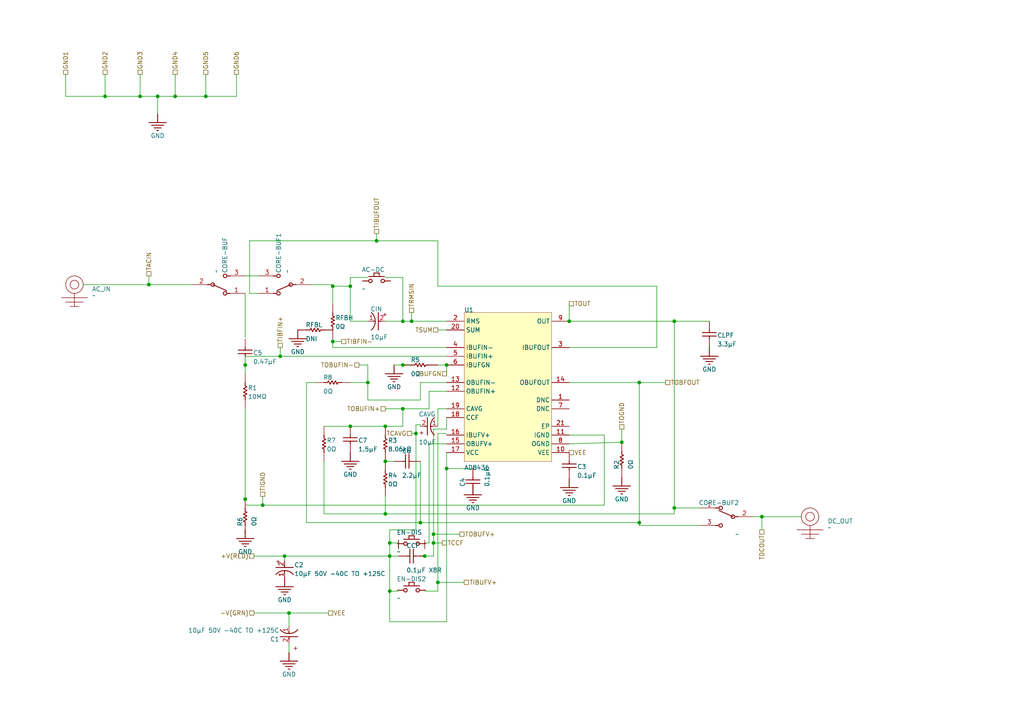
<source format=kicad_sch>
(kicad_sch (version 20231120) (generator "eeschema") (generator_version "8.0")
  (paper "A4")
  (lib_symbols
    (symbol "New_Library:AC_IN"
      (property "Reference" "U" (at 0 0 0))
    )
    (symbol "asdf-altium-import:GND_POWER_GROUND" (power)
      (property "Reference" "#PWR" (at 0 0 0))
      (property "Value" "GND" (at 0 6.35 0))
      (symbol "GND_POWER_GROUND_0_0"
        (pin power_in line (at 0 0 0) (length 0) hide (name "GND") (number ""))
      )
    )
    (symbol "asdf-altium-import:root_0_3a7ffd2e40b3115a6201d475c2ec4a5")
    (symbol "asdf-altium-import:root_0_52c419afdc2a387c7d548259a9aeefb"
      (symbol "root_0_52c419afdc2a387c7d548259a9aeefb_1_0"
        (pin passive line (at 15.24 2.54 180) (length 5.08) (name "1") (number "1"))
        (pin passive line (at 0 0 0) (length 5.08) (name "2") (number "2"))
        (pin passive line (at 15.24 -2.54 180) (length 5.08) (name "3") (number "3"))
      )
    )
    (symbol "asdf-altium-import:root_0_ADI-AD8436-CP-20-10"
      (symbol "root_0_ADI-AD8436-CP-20-10_1_0"
        (pin passive line (at 30.48 -25.4 180) (length 5.08) (name "DNC") (number "1"))
        (pin power_in line (at 30.48 -40.64 180) (length 5.08) (name "VEE") (number "10"))
        (pin passive line (at 30.48 -35.56 180) (length 5.08) (name "IGND") (number "11"))
        (pin input line (at -5.08 -22.86 0) (length 5.08) (name "OBUFIN+") (number "12"))
        (pin input line (at -5.08 -20.32 0) (length 5.08) (name "OBUFIN-") (number "13"))
        (pin output line (at 30.48 -20.32 180) (length 5.08) (name "OBUFOUT") (number "14"))
        (pin power_in line (at -5.08 -38.1 0) (length 5.08) (name "OBUFV+") (number "15"))
        (pin power_in line (at -5.08 -35.56 0) (length 5.08) (name "IBUFV+") (number "16"))
        (pin power_in line (at -5.08 -40.64 0) (length 5.08) (name "VCC") (number "17"))
        (pin passive line (at -5.08 -30.48 0) (length 5.08) (name "CCF") (number "18"))
        (pin passive line (at -5.08 -27.94 0) (length 5.08) (name "CAVG") (number "19"))
        (pin input line (at -5.08 -2.54 0) (length 5.08) (name "RMS") (number "2"))
        (pin input line (at -5.08 -5.08 0) (length 5.08) (name "SUM") (number "20"))
        (pin passive line (at 30.48 -33.02 180) (length 5.08) (name "EP") (number "21"))
        (pin output line (at 30.48 -10.16 180) (length 5.08) (name "IBUFOUT") (number "3"))
        (pin input line (at -5.08 -10.16 0) (length 5.08) (name "IBUFIN-") (number "4"))
        (pin input line (at -5.08 -12.7 0) (length 5.08) (name "IBUFIN+") (number "5"))
        (pin passive line (at -5.08 -15.24 0) (length 5.08) (name "IBUFGN") (number "6"))
        (pin passive line (at 30.48 -27.94 180) (length 5.08) (name "DNC") (number "7"))
        (pin passive line (at 30.48 -38.1 180) (length 5.08) (name "OGND") (number "8"))
        (pin power_in line (at 30.48 -2.54 180) (length 5.08) (name "OUT") (number "9"))
      )
    )
    (symbol "asdf-altium-import:root_0_CAP_0"
      (symbol "root_0_CAP_0_1_0"
        (pin passive line (at -2.54 -2.54 0) (length 2.54) (name "1") (number "1"))
        (pin passive line (at 5.08 -2.54 180) (length 2.54) (name "2") (number "2"))
      )
    )
    (symbol "asdf-altium-import:root_0_RES-2"
      (symbol "root_0_RES-2_1_0"
        (pin passive line (at -2.54 0 0) (length 2.54) (name "1") (number "1"))
        (pin passive line (at 7.62 0 180) (length 2.54) (name "2") (number "2"))
      )
    )
    (symbol "asdf-altium-import:root_0_cf48714ba7e38822c1575c7ec0b6d1f"
      (symbol "root_0_cf48714ba7e38822c1575c7ec0b6d1f_1_0"
        (text "+" (at -2.794 0.508 0) (effects (font (size 1.27 1.27)) (justify left top)))
        (pin passive line (at 0 -5.08 90) (length 2.032) (name "C") (number "1"))
        (pin passive line (at 0 0 270) (length 2.032) (name "A") (number "2"))
      )
    )
    (symbol "asdf-altium-import:root_1_52c419afdc2a387c7d548259a9aeefb"
      (symbol "root_1_52c419afdc2a387c7d548259a9aeefb_1_0"
        (pin passive line (at -2.54 15.24 270) (length 5.08) (name "1") (number "1"))
        (pin passive line (at 0 0 90) (length 5.08) (name "2") (number "2"))
        (pin passive line (at 2.54 15.24 270) (length 5.08) (name "3") (number "3"))
      )
    )
    (symbol "asdf-altium-import:root_1_CAP_0"
      (symbol "root_1_CAP_0_1_0"
        (pin passive line (at 2.54 -2.54 90) (length 2.54) (name "1") (number "1"))
        (pin passive line (at 2.54 5.08 270) (length 2.54) (name "2") (number "2"))
      )
    )
    (symbol "asdf-altium-import:root_1_RES-2"
      (symbol "root_1_RES-2_1_0"
        (pin passive line (at 0 -2.54 90) (length 2.54) (name "1") (number "1"))
        (pin passive line (at 0 7.62 270) (length 2.54) (name "2") (number "2"))
      )
    )
    (symbol "asdf-altium-import:root_1_cf48714ba7e38822c1575c7ec0b6d1f"
      (symbol "root_1_cf48714ba7e38822c1575c7ec0b6d1f_1_0"
        (text "+" (at -0.508 -2.794 900) (effects (font (size 1.27 1.27)) (justify left top)))
        (pin passive line (at 5.08 0 180) (length 2.032) (name "C") (number "1"))
        (pin passive line (at 0 0 0) (length 2.032) (name "A") (number "2"))
      )
    )
    (symbol "asdf-altium-import:root_3_cf48714ba7e38822c1575c7ec0b6d1f"
      (symbol "root_3_cf48714ba7e38822c1575c7ec0b6d1f_1_0"
        (text "+" (at 0.508 2.794 900) (effects (font (size 1.27 1.27)) (justify right bottom)))
        (pin passive line (at -5.08 0 0) (length 2.032) (name "C") (number "1"))
        (pin passive line (at 0 0 180) (length 2.032) (name "A") (number "2"))
      )
    )
    (symbol "root_0_3a7ffd2e40b3115a6201d475c2ec4a5_1"
      (property "Reference" "EN-DIS" (at -4.318 1.524 0))
      (property "Value" "~" (at -4.318 -4.064 0))
      (symbol "root_0_3a7ffd2e40b3115a6201d475c2ec4a5_1_1_1"
        (pin input line (at -3.81 -2.54 90) (length 2.54) (name "") (number ""))
        (pin input line (at 3.81 -2.54 90) (length 2.54) (name "") (number ""))
      )
    )
  )
  (junction (at 113.03 157.48))
  (junction (at 83.82 177.8))
  (junction (at 101.6 123.6472))
  (junction (at 101.6 83.0072))
  (junction (at 76.2 146.5072))
  (junction (at 106.68 110.9472))
  (junction (at 123.19 161.29))
  (junction (at 30.48 27.94))
  (junction (at 40.64 27.94))
  (junction (at 109.22 69.85))
  (junction (at 116.84 105.8672))
  (junction (at 71.12 144.78))
  (junction (at 116.84 93.1672))
  (junction (at 81.28 103.3272))
  (junction (at 129.54 135.89))
  (junction (at 195.58 147.32))
  (junction (at 120.65 125.73))
  (junction (at 111.76 123.6472))
  (junction (at 111.76 133.8072))
  (junction (at 127 168.91))
  (junction (at 125.73 154.94))
  (junction (at 129.54 105.8672))
  (junction (at 113.03 171.45))
  (junction (at 43.18 82.55))
  (junction (at 96.52 99.06))
  (junction (at 50.8 27.94))
  (junction (at 45.72 27.94))
  (junction (at 111.76 149.0472))
  (junction (at 180.34 128.27))
  (junction (at 59.69 27.94))
  (junction (at 96.52 83.0072))
  (junction (at 185.42 110.9472))
  (junction (at 119.38 93.1672))
  (junction (at 116.84 118.5672))
  (junction (at 71.12 105.8672))
  (junction (at 125.73 157.48))
  (junction (at 121.92 151.5872))
  (junction (at 165.1 93.1672))
  (junction (at 113.03 161.29))
  (junction (at 220.98 149.86))
  (junction (at 185.42 151.5872))
  (junction (at 82.55 161.29))
  (junction (at 195.58 93.1672))
  (wire (pts (xy 190.5 100.7872) (xy 165.1 100.7872)))
  (wire (pts (xy 185.42 110.9472) (xy 185.42 151.5872)))
  (wire (pts (xy 30.48 27.94) (xy 40.64 27.94)))
  (wire (pts (xy 116.84 93.1672) (xy 119.38 93.1672)))
  (wire (pts (xy 121.92 110.9472) (xy 121.92 116.0272)))
  (wire (pts (xy 121.92 133.8072) (xy 121.92 151.5872)))
  (wire (pts (xy 72.39 85.09) (xy 72.39 69.85)))
  (wire (pts (xy 50.8 27.94) (xy 59.69 27.94)))
  (wire (pts (xy 220.98 153.67) (xy 220.98 149.86)))
  (wire (pts (xy 113.03 157.48) (xy 115.57 157.48)))
  (wire (pts (xy 175.26 146.5072) (xy 175.26 126.1872)))
  (wire (pts (xy 125.73 154.94) (xy 125.73 157.48)))
  (wire (pts (xy 82.55 162.56) (xy 82.55 161.29)))
  (wire (pts (xy 113.03 180.34) (xy 113.03 171.45)))
  (wire (pts (xy 127 125.73) (xy 129.54 125.73)))
  (wire (pts (xy 165.1 93.1672) (xy 195.58 93.1672)))
  (wire (pts (xy 127 168.91) (xy 127 171.45)))
  (wire (pts (xy 185.42 151.5872) (xy 121.92 151.5872)))
  (wire (pts (xy 72.39 69.85) (xy 109.22 69.85)))
  (wire (pts (xy 71.12 85.09) (xy 71.12 97.79)))
  (wire (pts (xy 101.6 80.4672) (xy 106.68 80.4672)))
  (wire (pts (xy 111.76 143.9672) (xy 111.76 149.0472)))
  (wire (pts (xy 175.26 126.1872) (xy 165.1 126.1872)))
  (wire (pts (xy 101.6 83.0072) (xy 96.52 83.0072)))
  (wire (pts (xy 106.68 110.9472) (xy 101.6 110.9472)))
  (wire (pts (xy 124.46 128.7272) (xy 124.46 157.48)))
  (wire (pts (xy 137.16 135.89) (xy 129.54 135.89)))
  (wire (pts (xy 111.76 93.1672) (xy 116.84 93.1672)))
  (wire (pts (xy 129.54 128.7272) (xy 124.46 128.7272)))
  (wire (pts (xy 82.55 161.29) (xy 113.03 161.29)))
  (wire (pts (xy 40.64 27.94) (xy 45.72 27.94)))
  (wire (pts (xy 50.8 21.59) (xy 50.8 27.94)))
  (wire (pts (xy 203.2 147.32) (xy 195.58 147.32)))
  (wire (pts (xy 115.57 161.29) (xy 113.03 161.29)))
  (wire (pts (xy 40.64 21.59) (xy 40.64 27.94)))
  (wire (pts (xy 116.84 105.8672) (xy 119.38 105.8672)))
  (wire (pts (xy 116.84 118.5672) (xy 111.76 118.5672)))
  (wire (pts (xy 101.6 93.1672) (xy 101.6 83.0072)))
  (wire (pts (xy 106.68 105.8672) (xy 106.68 110.9472)))
  (wire (pts (xy 195.58 149.0472) (xy 111.76 149.0472)))
  (wire (pts (xy 129.54 118.5672) (xy 127 118.5672)))
  (wire (pts (xy 68.58 27.94) (xy 68.58 21.59)))
  (wire (pts (xy 121.92 123.6472) (xy 121.92 123.19)))
  (wire (pts (xy 96.52 99.06) (xy 96.52 98.2472)))
  (wire (pts (xy 120.65 125.73) (xy 120.65 153.67)))
  (wire (pts (xy 125.73 124.46) (xy 125.73 154.94)))
  (wire (pts (xy 180.34 124.46) (xy 180.34 128.27)))
  (wire (pts (xy 134.62 168.91) (xy 127 168.91)))
  (wire (pts (xy 127 83.0072) (xy 190.5 83.0072)))
  (wire (pts (xy 185.42 110.9472) (xy 193.04 110.9472)))
  (wire (pts (xy 129.54 110.9472) (xy 121.92 110.9472)))
  (wire (pts (xy 113.03 161.29) (xy 113.03 157.48)))
  (wire (pts (xy 109.22 67.7672) (xy 109.22 69.85)))
  (wire (pts (xy 195.58 93.1672) (xy 205.74 93.1672)))
  (wire (pts (xy 195.58 147.32) (xy 195.58 149.0472)))
  (wire (pts (xy 203.2 152.4) (xy 185.42 152.4)))
  (wire (pts (xy 120.65 153.67) (xy 113.03 153.67)))
  (wire (pts (xy 106.68 116.0272) (xy 106.68 110.9472)))
  (wire (pts (xy 129.54 108.4072) (xy 129.54 105.8672)))
  (wire (pts (xy 96.52 100.7872) (xy 96.52 99.06)))
  (wire (pts (xy 128.27 157.48) (xy 125.73 157.48)))
  (wire (pts (xy 71.12 146.5072) (xy 76.2 146.5072)))
  (wire (pts (xy 30.48 21.59) (xy 30.48 27.94)))
  (wire (pts (xy 106.68 93.1672) (xy 101.6 93.1672)))
  (wire (pts (xy 127 95.7072) (xy 129.54 95.7072)))
  (wire (pts (xy 88.9 151.5872) (xy 88.9 110.9472)))
  (wire (pts (xy 93.98 149.0472) (xy 93.98 133.8072)))
  (wire (pts (xy 116.84 80.4672) (xy 111.76 80.4672)))
  (wire (pts (xy 129.54 135.89) (xy 129.54 180.34)))
  (wire (pts (xy 43.18 82.55) (xy 55.88 82.55)))
  (wire (pts (xy 124.46 118.5672) (xy 124.46 113.4872)))
  (wire (pts (xy 129.54 180.34) (xy 113.03 180.34)))
  (wire (pts (xy 125.73 157.48) (xy 125.73 161.29)))
  (wire (pts (xy 71.12 108.4072) (xy 71.12 105.8672)))
  (wire (pts (xy 74.93 85.09) (xy 72.39 85.09)))
  (wire (pts (xy 123.19 158.75) (xy 123.19 157.48)))
  (wire (pts (xy 119.38 90.6272) (xy 119.38 93.1672)))
  (wire (pts (xy 99.06 99.06) (xy 96.52 99.06)))
  (wire (pts (xy 96.52 83.0072) (xy 96.52 88.0872)))
  (wire (pts (xy 165.1 128.7272) (xy 180.34 128.27)))
  (wire (pts (xy 90.17 82.55) (xy 96.52 82.55)))
  (wire (pts (xy 96.52 82.55) (xy 96.52 83.0072)))
  (wire (pts (xy 125.73 161.29) (xy 123.19 161.29)))
  (wire (pts (xy 76.2 146.5072) (xy 175.26 146.5072)))
  (wire (pts (xy 111.76 149.0472) (xy 93.98 149.0472)))
  (wire (pts (xy 220.98 149.86) (xy 218.44 149.86)))
  (wire (pts (xy 43.18 80.01) (xy 43.18 82.55)))
  (wire (pts (xy 93.98 123.6472) (xy 101.6 123.6472)))
  (wire (pts (xy 83.82 177.8) (xy 95.25 177.8)))
  (wire (pts (xy 129.54 100.7872) (xy 96.52 100.7872)))
  (wire (pts (xy 190.5 83.0072) (xy 190.5 100.7872)))
  (wire (pts (xy 71.12 105.8672) (xy 71.12 103.3272)))
  (wire (pts (xy 116.84 118.5672) (xy 124.46 118.5672)))
  (wire (pts (xy 71.12 154.94) (xy 71.12 153.67)))
  (wire (pts (xy 121.92 151.5872) (xy 88.9 151.5872)))
  (wire (pts (xy 129.54 105.8672) (xy 127 105.8672)))
  (wire (pts (xy 114.3 105.8672) (xy 116.84 105.8672)))
  (wire (pts (xy 24.13 82.55) (xy 43.18 82.55)))
  (wire (pts (xy 116.84 123.6472) (xy 116.84 118.5672)))
  (wire (pts (xy 45.72 27.94) (xy 50.8 27.94)))
  (wire (pts (xy 185.42 151.5872) (xy 185.42 152.4)))
  (wire (pts (xy 19.05 21.59) (xy 19.05 27.94)))
  (wire (pts (xy 111.76 133.8072) (xy 114.3 133.8072)))
  (wire (pts (xy 129.54 124.46) (xy 125.73 124.46)))
  (wire (pts (xy 121.92 123.19) (xy 120.65 123.19)))
  (wire (pts (xy 165.1 110.9472) (xy 185.42 110.9472)))
  (wire (pts (xy 109.22 69.85) (xy 127 69.85)))
  (wire (pts (xy 129.54 131.2672) (xy 129.54 135.89)))
  (wire (pts (xy 104.14 105.8672) (xy 106.68 105.8672)))
  (wire (pts (xy 76.2 143.9672) (xy 76.2 146.5072)))
  (wire (pts (xy 109.22 69.85) (xy 109.22 70.3072)))
  (wire (pts (xy 45.72 27.94) (xy 45.72 33.02)))
  (wire (pts (xy 165.1 88.0872) (xy 165.1 93.1672)))
  (wire (pts (xy 71.12 144.78) (xy 71.12 146.5072)))
  (wire (pts (xy 59.69 21.59) (xy 59.69 27.94)))
  (wire (pts (xy 83.82 181.61) (xy 83.82 177.8)))
  (wire (pts (xy 116.84 93.1672) (xy 116.84 80.4672)))
  (wire (pts (xy 113.03 153.67) (xy 113.03 157.48)))
  (wire (pts (xy 71.12 118.5672) (xy 71.12 144.78)))
  (wire (pts (xy 123.19 161.29) (xy 121.92 161.29)))
  (wire (pts (xy 195.58 93.1672) (xy 195.58 147.32)))
  (wire (pts (xy 81.28 103.3272) (xy 129.54 103.3272)))
  (wire (pts (xy 220.98 149.86) (xy 232.41 149.86)))
  (wire (pts (xy 71.12 103.3272) (xy 81.28 103.3272)))
  (wire (pts (xy 73.66 177.8) (xy 83.82 177.8)))
  (wire (pts (xy 81.28 100.7872) (xy 81.28 103.3272)))
  (wire (pts (xy 73.66 161.29) (xy 82.55 161.29)))
  (wire (pts (xy 59.69 27.94) (xy 68.58 27.94)))
  (wire (pts (xy 111.76 123.6472) (xy 116.84 123.6472)))
  (wire (pts (xy 123.19 171.45) (xy 127 171.45)))
  (wire (pts (xy 113.03 171.45) (xy 113.03 161.29)))
  (wire (pts (xy 88.9 110.9472) (xy 91.44 110.9472)))
  (wire (pts (xy 129.54 121.1072) (xy 129.54 124.46)))
  (wire (pts (xy 127 69.85) (xy 127 83.0072)))
  (wire (pts (xy 83.82 186.69) (xy 83.82 189.23)))
  (wire (pts (xy 119.38 93.1672) (xy 129.54 93.1672)))
  (wire (pts (xy 113.03 171.45) (xy 115.57 171.45)))
  (wire (pts (xy 121.92 116.0272) (xy 106.68 116.0272)))
  (wire (pts (xy 124.46 113.4872) (xy 129.54 113.4872)))
  (wire (pts (xy 101.6 83.0072) (xy 101.6 80.4672)))
  (wire (pts (xy 127 125.73) (xy 127 168.91)))
  (wire (pts (xy 133.35 154.94) (xy 125.73 154.94)))
  (wire (pts (xy 19.05 27.94) (xy 30.48 27.94)))
  (wire (pts (xy 123.19 157.48) (xy 124.46 157.48)))
  (wire (pts (xy 115.57 158.75) (xy 115.57 157.48)))
  (wire (pts (xy 101.6 123.6472) (xy 111.76 123.6472)))
  (wire (pts (xy 119.38 125.73) (xy 120.65 125.73)))
  (wire (pts (xy 71.12 80.01) (xy 74.93 80.01)))
  (wire (pts (xy 120.65 123.19) (xy 120.65 125.73)))
  (wire (pts (xy 127 118.5672) (xy 127 123.6472)))
  (hierarchical_label "TOBFOUT" (shape passive) (at 193.04 110.9472 0))
  (hierarchical_label "TOGND" (shape passive) (at 180.34 124.46 90))
  (hierarchical_label "TIBFIN-" (shape passive) (at 99.06 99.06 0))
  (hierarchical_label "GND1" (shape passive) (at 19.05 21.59 90))
  (hierarchical_label "TOBUFIN-" (shape passive) (at 104.14 105.8672 180))
  (hierarchical_label "GND6" (shape passive) (at 68.58 21.59 90))
  (hierarchical_label "VEE" (shape passive) (at 95.25 177.8 0))
  (hierarchical_label "VEE" (shape passive) (at 165.1 131.2672 0))
  (hierarchical_label "GND3" (shape passive) (at 40.64 21.59 90))
  (hierarchical_label "GND2" (shape passive) (at 30.48 21.59 90))
  (hierarchical_label "TOBUFIN+" (shape passive) (at 111.76 118.5672 180))
  (hierarchical_label "TIBUFOUT" (shape passive) (at 109.22 67.7672 90))
  (hierarchical_label "TOBUFV+" (shape passive) (at 133.35 154.94 0))
  (hierarchical_label "TSUM" (shape passive) (at 127 95.7072 180))
  (hierarchical_label "TDCOUT" (shape passive) (at 220.98 153.67 270))
  (hierarchical_label "TIBFIN+" (shape passive) (at 81.28 100.7872 90))
  (hierarchical_label "TIBUFV+" (shape passive) (at 134.62 168.91 0))
  (hierarchical_label "TCAVG" (shape passive) (at 119.38 125.73 180))
  (hierarchical_label "TBUFGN" (shape passive) (at 129.54 108.4072 180))
  (hierarchical_label "GND4" (shape passive) (at 50.8 21.59 90))
  (hierarchical_label "TOUT" (shape passive) (at 165.1 88.0872 0))
  (hierarchical_label "-V(GRN)" (shape passive) (at 73.66 177.8 180))
  (hierarchical_label "TACIN" (shape passive) (at 43.18 80.01 90))
  (hierarchical_label "TCCF" (shape passive) (at 128.27 157.48 0))
  (hierarchical_label "+V(RED)" (shape passive) (at 73.66 161.29 180))
  (hierarchical_label "TIGND" (shape passive) (at 76.2 143.9672 90))
  (hierarchical_label "GND5" (shape passive) (at 59.69 21.59 90))
  (hierarchical_label "TRMSIN" (shape passive) (at 119.38 90.6272 90))
  (symbol (lib_id "New_Library:AC_IN") (at 234.95 149.86 0) (unit 1)
    (property "Reference" "DC_OUT" (at 240.03 151.1299 0) (effects (justify left)))
    (property "Value" "~" (at 240.03 153.035 0) (effects (justify left)))
  )
  (symbol (lib_id "asdf-altium-import:root_0_52c419afdc2a387c7d548259a9aeefb") (at 218.44 149.86 0) (mirror y) (unit 1)
    (property "Reference" "CORE-BUF2" (at 214.376 146.558 0) (effects (justify left bottom)))
    (property "Value" "~" (at 214.376 155.702 0) (effects (justify left bottom)))
    (property "Footprint" "FP-A101SYCB04-MFG" (effects (hide yes)))
    (property "Description" "SWITCH TOGGLE SPDT 0.4VA 20V" (effects (hide yes)))
    (property "ELECTRICAL LIFE" "6000Cycles" (effects (hide yes)))
    (property "NUMBER OF POLES" "1" (effects (hide yes)))
    (property "FLAMMABILITY RATING" "UL94 V-1" (effects (hide yes)))
    (property "CONTACT MATERIAL" "Copper" (effects (hide yes)))
    (property "DEPTH" "6.86mm" (effects (hide yes)))
    (property "CONTACT PLATING" "Gold" (effects (hide yes)))
    (property "VOLTAGE RATING (AC)" "20V" (effects (hide yes)))
    (property "POWER RATING" "400mW" (effects (hide yes)))
    (property "MAX VOLTAGE RATING (DC)" "20V" (effects (hide yes)))
    (property "SWITCH FUNCTION" "On-On" (effects (hide yes)))
    (property "CONTACT RESISTANCE" "10mR" (effects (hide yes)))
    (property "MIN OPERATING TEMPERATURE" "-30°C" (effects (hide yes)))
    (property "MAX OPERATING TEMPERATURE" "85°C" (effects (hide yes)))
    (property "THROW CONFIGURATION" "SPDT" (effects (hide yes)))
    (property "CONTACT CURRENT RATING" "400mA" (effects (hide yes)))
    (property "ACTUATOR MATERIAL" "Phenolic" (effects (hide yes)))
    (property "INSULATION RESISTANCE" "30MR" (effects (hide yes)))
    (property "PACKAGING" "Bulk" (effects (hide yes)))
    (property "TERMINATION" "PC Pins" (effects (hide yes)))
    (property "SERIES" "Gemini A" (effects (hide yes)))
    (property "ACTUATOR COLOR" "Chrome" (effects (hide yes)))
    (property "ELV" "Compliant" (effects (hide yes)))
    (property "LEAD FREE" "Lead Free" (effects (hide yes)))
    (property "ROHS COMPLIANT" "Yes" (effects (hide yes)))
    (property "NUMBER OF POSITIONS" "2" (effects (hide yes)))
    (property "ACTUATOR TYPE" "Standard Round" (effects (hide yes)))
    (property "ACTUATOR LENGTH" "10.41mm" (effects (hide yes)))
    (property "REACH SVHC" "No SVHC" (effects (hide yes)))
    (property "MOUNT" "Panel" (effects (hide yes)))
    (property "ORIENTATION" "Straight" (effects (hide yes)))
    (property "ILLUMINATION TYPE" "Non-Illuminated" (effects (hide yes)))
    (property "PACKAGE QUANTITY" "100" (effects (hide yes)))
    (property "MAX VOLTAGE RATING (AC)" "20V" (effects (hide yes)))
    (property "RADIATION HARDENING" "No" (effects (hide yes)))
    (property "VOLTAGE RATING (DC)" "20V" (effects (hide yes)))
  )
  (symbol (lib_id "asdf-altium-import:GND_POWER_GROUND") (at 180.34 138.43 0) (unit 1)
    (property "Reference" "#PWR03" (effects (hide yes)))
    (property "Value" "GND" (at 180.34 144.78 0))
  )
  (symbol (lib_name "root_0_3a7ffd2e40b3115a6201d475c2ec4a5_1") (lib_id "asdf-altium-import:root_0_3a7ffd2e40b3115a6201d475c2ec4a5") (at 119.38 156.6672 0) (unit 1)
    (property "Reference" "EN-DIS" (at 115.062 155.1432 0) (effects (justify left bottom)))
    (property "Value" "~" (at 115.062 160.7312 0) (effects (justify left bottom)))
    (property "Footprint" "FP-MSP103C04-MFG" (effects (hide yes)))
    (property "Description" "SWITCH PUSH SPST-NO 3A 125V" (effects (hide yes)))
    (property "MAX OPERATING TEMPERATURE" "80°C" (effects (hide yes)))
    (property "ACTUATOR MATERIAL" "Thermoplastic" (effects (hide yes)))
    (property "VOLTAGE RATING (AC)" "125V" (effects (hide yes)))
    (property "PACKAGING" "Bulk" (effects (hide yes)))
    (property "MIN OPERATING TEMPERATURE" "-20°C" (effects (hide yes)))
    (property "ELECTRICAL LIFE" "5000Cycles" (effects (hide yes)))
    (property "ACTUATOR COLOR" "Red" (effects (hide yes)))
    (property "CONTACT CURRENT RATING" "3A" (effects (hide yes)))
    (property "MOUNT" "Panel" (effects (hide yes)))
    (property "MAX CURRENT RATING" "3A" (effects (hide yes)))
    (property "MAX VOLTAGE RATING (AC)" "125V" (effects (hide yes)))
    (property "CONTACT RESISTANCE" "20mR" (effects (hide yes)))
    (property "SERIES" "MSP3" (effects (hide yes)))
    (property "DEPTH" "11.99mm" (effects (hide yes)))
    (property "NUMBER OF POLES" "1" (effects (hide yes)))
    (property "RADIATION HARDENING" "No" (effects (hide yes)))
    (property "PACKAGE QUANTITY" "25" (effects (hide yes)))
    (property "TYPE" "Switch" (effects (hide yes)))
    (property "ORIENTATION" "Straight" (effects (hide yes)))
    (property "CONTACT PLATING" "Silver" (effects (hide yes)))
    (property "TERMINATION" "Lug" (effects (hide yes)))
    (property "HOUSING MATERIAL" "Polymer" (effects (hide yes)))
    (property "SWITCH FUNCTION" "Off-Mom" (effects (hide yes)))
    (property "CURRENT RATING" "3A" (effects (hide yes)))
    (property "MAX VOLTAGE RATING (DC)" "5V" (effects (hide yes)))
    (property "ILLUMINATION TYPE" "Illuminated" (effects (hide yes)))
    (property "ROHS COMPLIANT" "Yes" (effects (hide yes)))
    (property "NUMBER OF POSITIONS" "1" (effects (hide yes)))
    (property "THROW CONFIGURATION" "SPST" (effects (hide yes)))
    (property "ACTUATOR LENGTH" "2.5mm" (effects (hide yes)))
    (property "CONTACT MATERIAL" "Copper Alloy" (effects (hide yes)))
    (property "ILLUMINATION COLOR" "Red" (effects (hide yes)))
    (property "LENGTH" "11.99mm" (effects (hide yes)))
  )
  (symbol (lib_id "asdf-altium-import:root_3_cf48714ba7e38822c1575c7ec0b6d1f") (at 111.76 93.1672 0) (unit 1)
    (property "Reference" "CIN" (at 107.442 90.3732 0) (effects (justify left bottom)))
    (property "Value" "10μF" (at 107.442 98.5012 0) (effects (justify left bottom)))
    (property "Footprint" "FP-FTD8-MFG" (effects (hide yes)))
    (property "Description" "CAP ALUM 220UF 20% 25V SMD" (effects (hide yes)))
    (property "SERIES" "FT" (effects (hide yes)))
    (property "ROHS COMPLIANT" "Yes" (effects (hide yes)))
    (property "CASE/PACKAGE" "Radial" (effects (hide yes)))
    (property "PACKAGING" "Tape and Reel" (effects (hide yes)))
    (property "CONTACT PLATING" "Tin" (effects (hide yes)))
    (property "PACKAGE QUANTITY" "1" (effects (hide yes)))
    (property "MOUNT" "Surface Mount" (effects (hide yes)))
    (property "NUMBER OF PINS" "8" (effects (hide yes)))
    (property "TOLERANCE" "20%" (effects (hide yes)))
    (property "HEIGHT - SEATED (MAX)" "0.315inch" (effects (hide yes)))
    (property "LENGTH" "7.7mm" (effects (hide yes)))
    (property "DIELECTRIC MATERIAL" "Aluminium" (effects (hide yes)))
    (property "ESR (EQUIVALENT SERIES RESISTANCE)" "160mR" (effects (hide yes)))
    (property "RIPPLE CURRENT" "600mA" (effects (hide yes)))
    (property "LIFE (HOURS)" "2000Hour" (effects (hide yes)))
    (property "LEAD FREE" "Lead Free" (effects (hide yes)))
    (property "VOLTAGE" "25V" (effects (hide yes)))
    (property "CONSTRUCTION" "Cylindrical" (effects (hide yes)))
    (property "RADIATION HARDENING" "No" (effects (hide yes)))
    (property "LEAD PITCH" "1.8mm" (effects (hide yes)))
    (property "REACH SVHC" "No SVHC" (effects (hide yes)))
    (property "CAPACITANCE" "220uF" (effects (hide yes)))
    (property "LEAKAGE CURRENT" "55uA" (effects (hide yes)))
    (property "VOLTAGE RATING" "25V" (effects (hide yes)))
    (property "LEAD DIAMETER" "0.65mm" (effects (hide yes)))
    (property "HEIGHT" "7.7mm" (effects (hide yes)))
    (property "DIAMETER" "6.3mm" (effects (hide yes)))
    (property "MAX OPERATING TEMPERATURE" "105°C" (effects (hide yes)))
    (property "TERMINATION" "SMD/SMT" (effects (hide yes)))
    (property "MIN OPERATING TEMPERATURE" "-55°C" (effects (hide yes)))
    (property "VOLTAGE RATING (DC)" "25V" (effects (hide yes)))
    (property "RIPPLE CURRENT (AC)" "600mA" (effects (hide yes)))
  )
  (symbol (lib_id "asdf-altium-import:root_1_52c419afdc2a387c7d548259a9aeefb") (at 90.17 82.55 90) (unit 1)
    (property "Reference" "CORE-BUF1" (at 81.534 79.248 0) (effects (justify left bottom)))
    (property "Value" "~" (at 84.074 79.248 0) (effects (justify left bottom)))
    (property "Footprint" "FP-A101SYCB04-MFG" (effects (hide yes)))
    (property "Description" "SWITCH TOGGLE SPDT 0.4VA 20V" (effects (hide yes)))
    (property "ELECTRICAL LIFE" "6000Cycles" (effects (hide yes)))
    (property "NUMBER OF POLES" "1" (effects (hide yes)))
    (property "FLAMMABILITY RATING" "UL94 V-1" (effects (hide yes)))
    (property "CONTACT MATERIAL" "Copper" (effects (hide yes)))
    (property "DEPTH" "6.86mm" (effects (hide yes)))
    (property "CONTACT PLATING" "Gold" (effects (hide yes)))
    (property "VOLTAGE RATING (AC)" "20V" (effects (hide yes)))
    (property "POWER RATING" "400mW" (effects (hide yes)))
    (property "MAX VOLTAGE RATING (DC)" "20V" (effects (hide yes)))
    (property "SWITCH FUNCTION" "On-On" (effects (hide yes)))
    (property "CONTACT RESISTANCE" "10mR" (effects (hide yes)))
    (property "MIN OPERATING TEMPERATURE" "-30°C" (effects (hide yes)))
    (property "MAX OPERATING TEMPERATURE" "85°C" (effects (hide yes)))
    (property "THROW CONFIGURATION" "SPDT" (effects (hide yes)))
    (property "CONTACT CURRENT RATING" "400mA" (effects (hide yes)))
    (property "ACTUATOR MATERIAL" "Phenolic" (effects (hide yes)))
    (property "INSULATION RESISTANCE" "30MR" (effects (hide yes)))
    (property "PACKAGING" "Bulk" (effects (hide yes)))
    (property "TERMINATION" "PC Pins" (effects (hide yes)))
    (property "SERIES" "Gemini A" (effects (hide yes)))
    (property "ACTUATOR COLOR" "Chrome" (effects (hide yes)))
    (property "ELV" "Compliant" (effects (hide yes)))
    (property "LEAD FREE" "Lead Free" (effects (hide yes)))
    (property "ROHS COMPLIANT" "Yes" (effects (hide yes)))
    (property "NUMBER OF POSITIONS" "2" (effects (hide yes)))
    (property "ACTUATOR TYPE" "Standard Round" (effects (hide yes)))
    (property "ACTUATOR LENGTH" "10.41mm" (effects (hide yes)))
    (property "REACH SVHC" "No SVHC" (effects (hide yes)))
    (property "MOUNT" "Panel" (effects (hide yes)))
    (property "ORIENTATION" "Straight" (effects (hide yes)))
    (property "ILLUMINATION TYPE" "Non-Illuminated" (effects (hide yes)))
    (property "PACKAGE QUANTITY" "100" (effects (hide yes)))
    (property "MAX VOLTAGE RATING (AC)" "20V" (effects (hide yes)))
    (property "RADIATION HARDENING" "No" (effects (hide yes)))
    (property "VOLTAGE RATING (DC)" "20V" (effects (hide yes)))
  )
  (symbol (lib_id "asdf-altium-import:root_0_CAP_0") (at 116.84 131.2672 0) (unit 1)
    (property "Reference" "C6" (at 116.586 131.5212 0) (effects (justify left bottom)))
    (property "Value" "2.2μF" (at 116.586 138.6332 0) (effects (justify left bottom)))
    (property "Footprint" "CAPC1005X55X30LL05T10" (effects (hide yes)))
    (property "MANUFACTURER" "Kemet" (effects (hide yes)))
    (property "PART NUMBER" "C0402C104K4RACTU" (effects (hide yes)))
  )
  (symbol (lib_id "asdf-altium-import:GND_POWER_GROUND") (at 71.12 153.67 0) (unit 1)
    (property "Reference" "#PWR04" (effects (hide yes)))
    (property "Value" "GND" (at 71.12 160.02 0))
  )
  (symbol (lib_id "asdf-altium-import:GND_POWER_GROUND") (at 114.3 105.8672 0) (unit 1)
    (property "Reference" "#PWR?" (effects (hide yes)))
    (property "Value" "GND" (at 114.3 112.2172 0))
  )
  (symbol (lib_id "asdf-altium-import:root_0_CAP_0") (at 134.62 140.97 90) (unit 1)
    (property "Reference" "C4" (at 134.874 141.224 0) (effects (justify left bottom)))
    (property "Value" "0.1μF" (at 141.986 141.224 0) (effects (justify left bottom)))
    (property "Footprint" "CAPC1005X55X30LL05T10" (effects (hide yes)))
    (property "MANUFACTURER" "Kemet" (effects (hide yes)))
    (property "PART NUMBER" "C0402C104K4RACTU" (effects (hide yes)))
  )
  (symbol (lib_id "asdf-altium-import:root_0_CAP_0") (at 118.11 158.75 0) (unit 1)
    (property "Reference" "CCF" (at 117.856 159.004 0) (effects (justify left bottom)))
    (property "Value" "0.1μF X8R" (at 117.856 166.116 0) (effects (justify left bottom)))
    (property "Footprint" "CAPC1005X55X30LL05T10" (effects (hide yes)))
    (property "MANUFACTURER" "Kemet" (effects (hide yes)))
    (property "PART NUMBER" "C0402C104K4RACTU" (effects (hide yes)))
  )
  (symbol (lib_id "asdf-altium-import:GND_POWER_GROUND") (at 86.36 95.7072 0) (unit 1)
    (property "Reference" "#PWR?" (effects (hide yes)))
    (property "Value" "GND" (at 86.36 102.0572 0))
  )
  (symbol (lib_id "asdf-altium-import:root_1_CAP_0") (at 68.58 103.3272 0) (unit 1)
    (property "Reference" "C5" (at 73.406 103.0732 0) (effects (justify left bottom)))
    (property "Value" "0.47μF" (at 73.406 105.6132 0) (effects (justify left bottom)))
    (property "Footprint" "CAPC1005X55X30LL05T10" (effects (hide yes)))
    (property "MANUFACTURER" "Kemet" (effects (hide yes)))
    (property "PART NUMBER" "C0402C104K4RACTU" (effects (hide yes)))
  )
  (symbol (lib_id "asdf-altium-import:root_1_CAP_0") (at 99.06 128.7272 0) (unit 1)
    (property "Reference" "C7" (at 103.886 128.4732 0) (effects (justify left bottom)))
    (property "Value" "1.5μF" (at 103.886 131.0132 0) (effects (justify left bottom)))
    (property "Footprint" "CAPC1005X55X30LL05T10" (effects (hide yes)))
    (property "MANUFACTURER" "Kemet" (effects (hide yes)))
    (property "PART NUMBER" "C0402C104K4RACTU" (effects (hide yes)))
  )
  (symbol (lib_id "asdf-altium-import:GND_POWER_GROUND") (at 205.74 100.7872 0) (unit 1)
    (property "Reference" "#PWR?" (effects (hide yes)))
    (property "Value" "GND" (at 205.74 107.1372 0))
  )
  (symbol (lib_id "asdf-altium-import:GND_POWER_GROUND") (at 101.6 131.2672 0) (unit 1)
    (property "Reference" "#PWR?" (effects (hide yes)))
    (property "Value" "GND" (at 101.6 137.6172 0))
  )
  (symbol (lib_id "asdf-altium-import:GND_POWER_GROUND") (at 45.72 33.02 0) (unit 1)
    (property "Reference" "#PWR06" (effects (hide yes)))
    (property "Value" "GND" (at 45.72 39.37 0))
  )
  (symbol (lib_id "asdf-altium-import:root_0_3a7ffd2e40b3115a6201d475c2ec4a5") (at 119.38 170.18 0) (unit 1)
    (property "Reference" "EN-DIS2" (at 115.062 168.656 0) (effects (justify left bottom)))
    (property "Value" "~" (at 115.062 174.244 0) (effects (justify left bottom)))
    (property "Footprint" "FP-MSP103C04-MFG" (effects (hide yes)))
    (property "Description" "SWITCH PUSH SPST-NO 3A 125V" (effects (hide yes)))
    (property "MAX OPERATING TEMPERATURE" "80°C" (effects (hide yes)))
    (property "ACTUATOR MATERIAL" "Thermoplastic" (effects (hide yes)))
    (property "VOLTAGE RATING (AC)" "125V" (effects (hide yes)))
    (property "PACKAGING" "Bulk" (effects (hide yes)))
    (property "MIN OPERATING TEMPERATURE" "-20°C" (effects (hide yes)))
    (property "ELECTRICAL LIFE" "5000Cycles" (effects (hide yes)))
    (property "ACTUATOR COLOR" "Red" (effects (hide yes)))
    (property "CONTACT CURRENT RATING" "3A" (effects (hide yes)))
    (property "MOUNT" "Panel" (effects (hide yes)))
    (property "MAX CURRENT RATING" "3A" (effects (hide yes)))
    (property "MAX VOLTAGE RATING (AC)" "125V" (effects (hide yes)))
    (property "CONTACT RESISTANCE" "20mR" (effects (hide yes)))
    (property "SERIES" "MSP3" (effects (hide yes)))
    (property "DEPTH" "11.99mm" (effects (hide yes)))
    (property "NUMBER OF POLES" "1" (effects (hide yes)))
    (property "RADIATION HARDENING" "No" (effects (hide yes)))
    (property "PACKAGE QUANTITY" "25" (effects (hide yes)))
    (property "TYPE" "Switch" (effects (hide yes)))
    (property "ORIENTATION" "Straight" (effects (hide yes)))
    (property "CONTACT PLATING" "Silver" (effects (hide yes)))
    (property "TERMINATION" "Lug" (effects (hide yes)))
    (property "HOUSING MATERIAL" "Polymer" (effects (hide yes)))
    (property "SWITCH FUNCTION" "Off-Mom" (effects (hide yes)))
    (property "CURRENT RATING" "3A" (effects (hide yes)))
    (property "MAX VOLTAGE RATING (DC)" "5V" (effects (hide yes)))
    (property "ILLUMINATION TYPE" "Illuminated" (effects (hide yes)))
    (property "ROHS COMPLIANT" "Yes" (effects (hide yes)))
    (property "NUMBER OF POSITIONS" "1" (effects (hide yes)))
    (property "THROW CONFIGURATION" "SPST" (effects (hide yes)))
    (property "ACTUATOR LENGTH" "2.5mm" (effects (hide yes)))
    (property "CONTACT MATERIAL" "Copper Alloy" (effects (hide yes)))
    (property "ILLUMINATION COLOR" "Red" (effects (hide yes)))
    (property "LENGTH" "11.99mm" (effects (hide yes)))
  )
  (symbol (lib_id "asdf-altium-import:root_1_cf48714ba7e38822c1575c7ec0b6d1f") (at 121.92 123.6472 0) (unit 1)
    (property "Reference" "CAVG" (at 121.412 120.8532 0) (effects (justify left bottom)))
    (property "Value" "10μF" (at 121.412 128.9812 0) (effects (justify left bottom)))
    (property "Footprint" "FP-FTD8-MFG" (effects (hide yes)))
    (property "Description" "CAP ALUM 220UF 20% 25V SMD" (effects (hide yes)))
    (property "SERIES" "FT" (effects (hide yes)))
    (property "ROHS COMPLIANT" "Yes" (effects (hide yes)))
    (property "CASE/PACKAGE" "Radial" (effects (hide yes)))
    (property "PACKAGING" "Tape and Reel" (effects (hide yes)))
    (property "CONTACT PLATING" "Tin" (effects (hide yes)))
    (property "PACKAGE QUANTITY" "1" (effects (hide yes)))
    (property "MOUNT" "Surface Mount" (effects (hide yes)))
    (property "NUMBER OF PINS" "8" (effects (hide yes)))
    (property "TOLERANCE" "20%" (effects (hide yes)))
    (property "HEIGHT - SEATED (MAX)" "0.315inch" (effects (hide yes)))
    (property "LENGTH" "7.7mm" (effects (hide yes)))
    (property "DIELECTRIC MATERIAL" "Aluminium" (effects (hide yes)))
    (property "ESR (EQUIVALENT SERIES RESISTANCE)" "160mR" (effects (hide yes)))
    (property "RIPPLE CURRENT" "600mA" (effects (hide yes)))
    (property "LIFE (HOURS)" "2000Hour" (effects (hide yes)))
    (property "LEAD FREE" "Lead Free" (effects (hide yes)))
    (property "VOLTAGE" "25V" (effects (hide yes)))
    (property "CONSTRUCTION" "Cylindrical" (effects (hide yes)))
    (property "RADIATION HARDENING" "No" (effects (hide yes)))
    (property "LEAD PITCH" "1.8mm" (effects (hide yes)))
    (property "REACH SVHC" "No SVHC" (effects (hide yes)))
    (property "CAPACITANCE" "220uF" (effects (hide yes)))
    (property "LEAKAGE CURRENT" "55uA" (effects (hide yes)))
    (property "VOLTAGE RATING" "25V" (effects (hide yes)))
    (property "LEAD DIAMETER" "0.65mm" (effects (hide yes)))
    (property "HEIGHT" "7.7mm" (effects (hide yes)))
    (property "DIAMETER" "6.3mm" (effects (hide yes)))
    (property "MAX OPERATING TEMPERATURE" "105°C" (effects (hide yes)))
    (property "TERMINATION" "SMD/SMT" (effects (hide yes)))
    (property "MIN OPERATING TEMPERATURE" "-55°C" (effects (hide yes)))
    (property "VOLTAGE RATING (DC)" "25V" (effects (hide yes)))
    (property "RIPPLE CURRENT (AC)" "600mA" (effects (hide yes)))
  )
  (symbol (lib_id "asdf-altium-import:root_1_CAP_0") (at 162.56 136.3472 0) (unit 1)
    (property "Reference" "C3" (at 167.386 136.0932 0) (effects (justify left bottom)))
    (property "Value" "0.1μF" (at 167.386 138.6332 0) (effects (justify left bottom)))
    (property "Footprint" "CAPC1005X55X30LL05T10" (effects (hide yes)))
    (property "MANUFACTURER" "Kemet" (effects (hide yes)))
    (property "PART NUMBER" "C0402C104K4RACTU" (effects (hide yes)))
  )
  (symbol (lib_id "asdf-altium-import:GND_POWER_GROUND") (at 137.16 140.97 0) (unit 1)
    (property "Reference" "#PWR01" (effects (hide yes)))
    (property "Value" "GND" (at 137.16 147.32 0))
  )
  (symbol (lib_id "asdf-altium-import:root_1_52c419afdc2a387c7d548259a9aeefb") (at 55.88 82.55 270) (mirror x) (unit 1)
    (property "Reference" "CORE-BUF" (at 64.516 79.248 0) (effects (justify left bottom)))
    (property "Value" "~" (at 61.976 79.248 0) (effects (justify left bottom)))
    (property "Footprint" "FP-A101SYCB04-MFG" (effects (hide yes)))
    (property "Description" "SWITCH TOGGLE SPDT 0.4VA 20V" (effects (hide yes)))
    (property "ELECTRICAL LIFE" "6000Cycles" (effects (hide yes)))
    (property "NUMBER OF POLES" "1" (effects (hide yes)))
    (property "FLAMMABILITY RATING" "UL94 V-1" (effects (hide yes)))
    (property "CONTACT MATERIAL" "Copper" (effects (hide yes)))
    (property "DEPTH" "6.86mm" (effects (hide yes)))
    (property "CONTACT PLATING" "Gold" (effects (hide yes)))
    (property "VOLTAGE RATING (AC)" "20V" (effects (hide yes)))
    (property "POWER RATING" "400mW" (effects (hide yes)))
    (property "MAX VOLTAGE RATING (DC)" "20V" (effects (hide yes)))
    (property "SWITCH FUNCTION" "On-On" (effects (hide yes)))
    (property "CONTACT RESISTANCE" "10mR" (effects (hide yes)))
    (property "MIN OPERATING TEMPERATURE" "-30°C" (effects (hide yes)))
    (property "MAX OPERATING TEMPERATURE" "85°C" (effects (hide yes)))
    (property "THROW CONFIGURATION" "SPDT" (effects (hide yes)))
    (property "CONTACT CURRENT RATING" "400mA" (effects (hide yes)))
    (property "ACTUATOR MATERIAL" "Phenolic" (effects (hide yes)))
    (property "INSULATION RESISTANCE" "30MR" (effects (hide yes)))
    (property "PACKAGING" "Bulk" (effects (hide yes)))
    (property "TERMINATION" "PC Pins" (effects (hide yes)))
    (property "SERIES" "Gemini A" (effects (hide yes)))
    (property "ACTUATOR COLOR" "Chrome" (effects (hide yes)))
    (property "ELV" "Compliant" (effects (hide yes)))
    (property "LEAD FREE" "Lead Free" (effects (hide yes)))
    (property "ROHS COMPLIANT" "Yes" (effects (hide yes)))
    (property "NUMBER OF POSITIONS" "2" (effects (hide yes)))
    (property "ACTUATOR TYPE" "Standard Round" (effects (hide yes)))
    (property "ACTUATOR LENGTH" "10.41mm" (effects (hide yes)))
    (property "REACH SVHC" "No SVHC" (effects (hide yes)))
    (property "MOUNT" "Panel" (effects (hide yes)))
    (property "ORIENTATION" "Straight" (effects (hide yes)))
    (property "ILLUMINATION TYPE" "Non-Illuminated" (effects (hide yes)))
    (property "PACKAGE QUANTITY" "100" (effects (hide yes)))
    (property "MAX VOLTAGE RATING (AC)" "20V" (effects (hide yes)))
    (property "RADIATION HARDENING" "No" (effects (hide yes)))
    (property "VOLTAGE RATING (DC)" "20V" (effects (hide yes)))
  )
  (symbol (lib_id "asdf-altium-import:root_0_RES-2") (at 180.34 135.89 90) (unit 1)
    (property "Reference" "R2" (at 179.578 136.144 0) (effects (justify left bottom)))
    (property "Value" "0Ω" (at 183.642 136.144 0) (effects (justify left bottom)))
    (property "Footprint" "RESC1609X50X30NL8T20" (effects (hide yes)))
    (property "Description" "Chip Resistor, 0 Ohm, Jumper, 100 mW, -55 to 155 degC, 0603 (1608 Metric), RoHS, Tape and Reel" (effects (hide yes)))
    (property "MANUFACTURER" "Vishay Semiconductor" (effects (hide yes)))
    (property "PACKAGE QUANTITY" "5000" (effects (hide yes)))
    (property "DATASHEETVERSION" "06/2012" (effects (hide yes)))
    (property "MIN OPERATING TEMPERATURE" "-55 degC" (effects (hide yes)))
    (property "COMPONENTLINK1URL" "http://www.vishay.com/" (effects (hide yes)))
    (property "MOUNTING TECHNOLOGY" "Surface Mount" (effects (hide yes)))
    (property "HEIGHT" "0.45 mm" (effects (hide yes)))
    (property "COMPONENTLINK1DESCRIPTION" "Manufacturer URL" (effects (hide yes)))
    (property "REACH SVHC" "Unknown" (effects (hide yes)))
    (property "PACKAGEREFERENCE" "0603" (effects (hide yes)))
    (property "PACKAGING" "Tape and Reel" (effects (hide yes)))
    (property "VOLTAGE RATING" "75 V" (effects (hide yes)))
    (property "MAX OPERATING TEMPERATURE" "155 degC" (effects (hide yes)))
    (property "MOUNT" "Surface Mount" (effects (hide yes)))
    (property "COMPONENTLINK2DESCRIPTION" "Datasheet" (effects (hide yes)))
    (property "PACKAGEDESCRIPTION" "2-Pin Surface Mount Device, Body 1.575 x 0.85 mm" (effects (hide yes)))
    (property "LENGTH" "1.55 mm" (effects (hide yes)))
    (property "COMPONENTLINK2URL" "http://www.vishay.com/docs/20035/dcrcwe3.pdf" (effects (hide yes)))
    (property "PINS" "2" (effects (hide yes)))
    (property "ROHSCOMPLIANT" "true" (effects (hide yes)))
  )
  (symbol (lib_id "asdf-altium-import:root_0_ADI-AD8436-CP-20-10") (at 134.62 90.6272 0) (unit 1)
    (property "Reference" "U1" (at 134.62 90.6272 0) (effects (justify left bottom)))
    (property "Value" "AD8436" (at 134.62 136.3472 0) (effects (justify left bottom)))
    (property "Footprint" "ADI-CP-20-10_N" (effects (hide yes)))
    (property "Description" "Low Cost, Low Power, True RMS-to-DC Converter, 4.8 to 36 V Single Supply, 0 to 70 degC, 20-Pin QFN (CP-20-10)" (effects (hide yes)))
    (property "PARTNUMBER" "AD8436JCPZ-R7" (effects (hide yes)))
    (property "COMPONENTLINK2DESCRIPTION" "Datasheet" (effects (hide yes)))
    (property "V SPAN (MIN)" "4.8 V" (effects (hide yes)))
    (property "MAX VIN (V-RMS)" "3 V rms" (effects (hide yes)))
    (property "PACKAGEDESCRIPTION" "20-Pin Frame Chip Scale Package, Body 4 x 4 mm, Pitch 0.5 mm" (effects (hide yes)))
    (property "ERROR (%@ CF" "3)=0.5" (effects (hide yes)))
    (property "COMPONENTLINK3DESCRIPTION" "Package Specification" (effects (hide yes)))
    (property "MANUFACTURER" "Analog Devices" (effects (hide yes)))
    (property "PACKAGEREFERENCE" "CP-20-10" (effects (hide yes)))
    (property "PACKAGEVERSION" "Rev. B" (effects (hide yes)))
    (property "COMPONENTLINK1URL" "http://www.analog.com/" (effects (hide yes)))
    (property "V SPAN (MAX)" "36 V" (effects (hide yes)))
    (property "ROHS" "TRUE" (effects (hide yes)))
    (property "DATASHEETVERSION" "Rev. B" (effects (hide yes)))
    (property "COMPONENTLINK1DESCRIPTION" "Manufacturer URL" (effects (hide yes)))
    (property "-3DB BANDWIDTH" "950 KHz" (effects (hide yes)))
    (property "COMPONENTLINK3URL" "http://www.analog.com/static/imported-files/packages/PKG_PDF/LFCSP(CP)/CP_20_10.pdf" (effects (hide yes)))
    (property "SUPPLY CURRENT" "300 uA" (effects (hide yes)))
    (property "MOUNTING TECHNOLOGY" "Surface Mount" (effects (hide yes)))
    (property "COMPONENTLINK2URL" "http://www.analog.com/static/imported-files/data_sheets/AD8436.pdf" (effects (hide yes)))
    (property "OPERATING TEMPERATURE RANGE" "0 to 70 degC" (effects (hide yes)))
  )
  (symbol (lib_id "asdf-altium-import:root_0_3a7ffd2e40b3115a6201d475c2ec4a5") (at 109.22 80.4672 0) (unit 1)
    (property "Reference" "AC-DC" (at 104.902 78.9432 0) (effects (justify left bottom)))
    (property "Value" "~" (at 104.902 84.5312 0) (effects (justify left bottom)))
    (property "Footprint" "FP-MSP103C04-MFG" (effects (hide yes)))
    (property "Description" "SWITCH PUSH SPST-NO 3A 125V" (effects (hide yes)))
    (property "MAX OPERATING TEMPERATURE" "80°C" (effects (hide yes)))
    (property "ACTUATOR MATERIAL" "Thermoplastic" (effects (hide yes)))
    (property "VOLTAGE RATING (AC)" "125V" (effects (hide yes)))
    (property "PACKAGING" "Bulk" (effects (hide yes)))
    (property "MIN OPERATING TEMPERATURE" "-20°C" (effects (hide yes)))
    (property "ELECTRICAL LIFE" "5000Cycles" (effects (hide yes)))
    (property "ACTUATOR COLOR" "Red" (effects (hide yes)))
    (property "CONTACT CURRENT RATING" "3A" (effects (hide yes)))
    (property "MOUNT" "Panel" (effects (hide yes)))
    (property "MAX CURRENT RATING" "3A" (effects (hide yes)))
    (property "MAX VOLTAGE RATING (AC)" "125V" (effects (hide yes)))
    (property "CONTACT RESISTANCE" "20mR" (effects (hide yes)))
    (property "SERIES" "MSP3" (effects (hide yes)))
    (property "DEPTH" "11.99mm" (effects (hide yes)))
    (property "NUMBER OF POLES" "1" (effects (hide yes)))
    (property "RADIATION HARDENING" "No" (effects (hide yes)))
    (property "PACKAGE QUANTITY" "25" (effects (hide yes)))
    (property "TYPE" "Switch" (effects (hide yes)))
    (property "ORIENTATION" "Straight" (effects (hide yes)))
    (property "CONTACT PLATING" "Silver" (effects (hide yes)))
    (property "TERMINATION" "Lug" (effects (hide yes)))
    (property "HOUSING MATERIAL" "Polymer" (effects (hide yes)))
    (property "SWITCH FUNCTION" "Off-Mom" (effects (hide yes)))
    (property "CURRENT RATING" "3A" (effects (hide yes)))
    (property "MAX VOLTAGE RATING (DC)" "5V" (effects (hide yes)))
    (property "ILLUMINATION TYPE" "Illuminated" (effects (hide yes)))
    (property "ROHS COMPLIANT" "Yes" (effects (hide yes)))
    (property "NUMBER OF POSITIONS" "1" (effects (hide yes)))
    (property "THROW CONFIGURATION" "SPST" (effects (hide yes)))
    (property "ACTUATOR LENGTH" "2.5mm" (effects (hide yes)))
    (property "CONTACT MATERIAL" "Copper Alloy" (effects (hide yes)))
    (property "ILLUMINATION COLOR" "Red" (effects (hide yes)))
    (property "LENGTH" "11.99mm" (effects (hide yes)))
  )
  (symbol (lib_id "asdf-altium-import:GND_POWER_GROUND") (at 165.1 138.8872 0) (unit 1)
    (property "Reference" "#PWR?" (effects (hide yes)))
    (property "Value" "GND" (at 165.1 145.2372 0))
  )
  (symbol (lib_id "asdf-altium-import:root_1_RES-2") (at 96.52 95.7072 0) (unit 1)
    (property "Reference" "RFBH" (at 97.282 92.9132 0) (effects (justify left bottom)))
    (property "Value" "0Ω" (at 97.282 95.4532 0) (effects (justify left bottom)))
    (property "Footprint" "RESC1609X50X30NL8T20" (effects (hide yes)))
    (property "Description" "Chip Resistor, 0 Ohm, Jumper, 100 mW, -55 to 155 degC, 0603 (1608 Metric), RoHS, Tape and Reel" (effects (hide yes)))
    (property "MANUFACTURER" "Vishay Semiconductor" (effects (hide yes)))
    (property "PACKAGE QUANTITY" "5000" (effects (hide yes)))
    (property "DATASHEETVERSION" "06/2012" (effects (hide yes)))
    (property "MIN OPERATING TEMPERATURE" "-55 degC" (effects (hide yes)))
    (property "COMPONENTLINK1URL" "http://www.vishay.com/" (effects (hide yes)))
    (property "MOUNTING TECHNOLOGY" "Surface Mount" (effects (hide yes)))
    (property "HEIGHT" "0.45 mm" (effects (hide yes)))
    (property "COMPONENTLINK1DESCRIPTION" "Manufacturer URL" (effects (hide yes)))
    (property "REACH SVHC" "Unknown" (effects (hide yes)))
    (property "PACKAGEREFERENCE" "0603" (effects (hide yes)))
    (property "PACKAGING" "Tape and Reel" (effects (hide yes)))
    (property "VOLTAGE RATING" "75 V" (effects (hide yes)))
    (property "MAX OPERATING TEMPERATURE" "155 degC" (effects (hide yes)))
    (property "MOUNT" "Surface Mount" (effects (hide yes)))
    (property "COMPONENTLINK2DESCRIPTION" "Datasheet" (effects (hide yes)))
    (property "PACKAGEDESCRIPTION" "2-Pin Surface Mount Device, Body 1.575 x 0.85 mm" (effects (hide yes)))
    (property "LENGTH" "1.55 mm" (effects (hide yes)))
    (property "COMPONENTLINK2URL" "http://www.vishay.com/docs/20035/dcrcwe3.pdf" (effects (hide yes)))
    (property "PINS" "2" (effects (hide yes)))
    (property "ROHSCOMPLIANT" "true" (effects (hide yes)))
  )
  (symbol (lib_id "asdf-altium-import:root_1_CAP_0") (at 203.2 98.2472 0) (unit 1)
    (property "Reference" "CLPF" (at 208.026 97.9932 0) (effects (justify left bottom)))
    (property "Value" "3.3μF" (at 208.026 100.5332 0) (effects (justify left bottom)))
    (property "Footprint" "CAPC1005X55X30LL05T10" (effects (hide yes)))
    (property "MANUFACTURER" "Kemet" (effects (hide yes)))
    (property "PART NUMBER" "C0402C104K4RACTU" (effects (hide yes)))
  )
  (symbol (lib_id "asdf-altium-import:root_0_RES-2") (at 71.12 152.4 90) (unit 1)
    (property "Reference" "R6" (at 70.358 152.654 0) (effects (justify left bottom)))
    (property "Value" "0Ω" (at 74.422 152.654 0) (effects (justify left bottom)))
    (property "Footprint" "RESC1609X50X30NL8T20" (effects (hide yes)))
    (property "Description" "Chip Resistor, 0 Ohm, Jumper, 100 mW, -55 to 155 degC, 0603 (1608 Metric), RoHS, Tape and Reel" (effects (hide yes)))
    (property "MANUFACTURER" "Vishay Semiconductor" (effects (hide yes)))
    (property "PACKAGE QUANTITY" "5000" (effects (hide yes)))
    (property "DATASHEETVERSION" "06/2012" (effects (hide yes)))
    (property "MIN OPERATING TEMPERATURE" "-55 degC" (effects (hide yes)))
    (property "COMPONENTLINK1URL" "http://www.vishay.com/" (effects (hide yes)))
    (property "MOUNTING TECHNOLOGY" "Surface Mount" (effects (hide yes)))
    (property "HEIGHT" "0.45 mm" (effects (hide yes)))
    (property "COMPONENTLINK1DESCRIPTION" "Manufacturer URL" (effects (hide yes)))
    (property "REACH SVHC" "Unknown" (effects (hide yes)))
    (property "PACKAGEREFERENCE" "0603" (effects (hide yes)))
    (property "PACKAGING" "Tape and Reel" (effects (hide yes)))
    (property "VOLTAGE RATING" "75 V" (effects (hide yes)))
    (property "MAX OPERATING TEMPERATURE" "155 degC" (effects (hide yes)))
    (property "MOUNT" "Surface Mount" (effects (hide yes)))
    (property "COMPONENTLINK2DESCRIPTION" "Datasheet" (effects (hide yes)))
    (property "PACKAGEDESCRIPTION" "2-Pin Surface Mount Device, Body 1.575 x 0.85 mm" (effects (hide yes)))
    (property "LENGTH" "1.55 mm" (effects (hide yes)))
    (property "COMPONENTLINK2URL" "http://www.vishay.com/docs/20035/dcrcwe3.pdf" (effects (hide yes)))
    (property "PINS" "2" (effects (hide yes)))
    (property "ROHSCOMPLIANT" "true" (effects (hide yes)))
  )
  (symbol (lib_id "asdf-altium-import:root_1_RES-2") (at 93.98 131.2672 0) (unit 1)
    (property "Reference" "R7" (at 94.742 128.4732 0) (effects (justify left bottom)))
    (property "Value" "0Ω" (at 94.742 131.0132 0) (effects (justify left bottom)))
    (property "Footprint" "RESC1609X50X30NL8T20" (effects (hide yes)))
    (property "Description" "Chip Resistor, 0 Ohm, Jumper, 100 mW, -55 to 155 degC, 0603 (1608 Metric), RoHS, Tape and Reel" (effects (hide yes)))
    (property "MANUFACTURER" "Vishay Semiconductor" (effects (hide yes)))
    (property "PACKAGE QUANTITY" "5000" (effects (hide yes)))
    (property "DATASHEETVERSION" "06/2012" (effects (hide yes)))
    (property "MIN OPERATING TEMPERATURE" "-55 degC" (effects (hide yes)))
    (property "COMPONENTLINK1URL" "http://www.vishay.com/" (effects (hide yes)))
    (property "MOUNTING TECHNOLOGY" "Surface Mount" (effects (hide yes)))
    (property "HEIGHT" "0.45 mm" (effects (hide yes)))
    (property "COMPONENTLINK1DESCRIPTION" "Manufacturer URL" (effects (hide yes)))
    (property "REACH SVHC" "Unknown" (effects (hide yes)))
    (property "PACKAGEREFERENCE" "0603" (effects (hide yes)))
    (property "PACKAGING" "Tape and Reel" (effects (hide yes)))
    (property "VOLTAGE RATING" "75 V" (effects (hide yes)))
    (property "MAX OPERATING TEMPERATURE" "155 degC" (effects (hide yes)))
    (property "MOUNT" "Surface Mount" (effects (hide yes)))
    (property "COMPONENTLINK2DESCRIPTION" "Datasheet" (effects (hide yes)))
    (property "PACKAGEDESCRIPTION" "2-Pin Surface Mount Device, Body 1.575 x 0.85 mm" (effects (hide yes)))
    (property "LENGTH" "1.55 mm" (effects (hide yes)))
    (property "COMPONENTLINK2URL" "http://www.vishay.com/docs/20035/dcrcwe3.pdf" (effects (hide yes)))
    (property "PINS" "2" (effects (hide yes)))
    (property "ROHSCOMPLIANT" "true" (effects (hide yes)))
  )
  (symbol (lib_id "asdf-altium-import:root_0_RES-2") (at 93.98 110.9472 0) (unit 1)
    (property "Reference" "R8" (at 93.726 110.1852 0) (effects (justify left bottom)))
    (property "Value" "0Ω" (at 93.726 114.2492 0) (effects (justify left bottom)))
    (property "Footprint" "RESC1609X50X30NL8T20" (effects (hide yes)))
    (property "Description" "Chip Resistor, 0 Ohm, Jumper, 100 mW, -55 to 155 degC, 0603 (1608 Metric), RoHS, Tape and Reel" (effects (hide yes)))
    (property "MANUFACTURER" "Vishay Semiconductor" (effects (hide yes)))
    (property "PACKAGE QUANTITY" "5000" (effects (hide yes)))
    (property "DATASHEETVERSION" "06/2012" (effects (hide yes)))
    (property "MIN OPERATING TEMPERATURE" "-55 degC" (effects (hide yes)))
    (property "COMPONENTLINK1URL" "http://www.vishay.com/" (effects (hide yes)))
    (property "MOUNTING TECHNOLOGY" "Surface Mount" (effects (hide yes)))
    (property "HEIGHT" "0.45 mm" (effects (hide yes)))
    (property "COMPONENTLINK1DESCRIPTION" "Manufacturer URL" (effects (hide yes)))
    (property "REACH SVHC" "Unknown" (effects (hide yes)))
    (property "PACKAGEREFERENCE" "0603" (effects (hide yes)))
    (property "PACKAGING" "Tape and Reel" (effects (hide yes)))
    (property "VOLTAGE RATING" "75 V" (effects (hide yes)))
    (property "MAX OPERATING TEMPERATURE" "155 degC" (effects (hide yes)))
    (property "MOUNT" "Surface Mount" (effects (hide yes)))
    (property "COMPONENTLINK2DESCRIPTION" "Datasheet" (effects (hide yes)))
    (property "PACKAGEDESCRIPTION" "2-Pin Surface Mount Device, Body 1.575 x 0.85 mm" (effects (hide yes)))
    (property "LENGTH" "1.55 mm" (effects (hide yes)))
    (property "COMPONENTLINK2URL" "http://www.vishay.com/docs/20035/dcrcwe3.pdf" (effects (hide yes)))
    (property "PINS" "2" (effects (hide yes)))
    (property "ROHSCOMPLIANT" "true" (effects (hide yes)))
  )
  (symbol (lib_id "asdf-altium-import:root_0_RES-2") (at 119.38 105.8672 0) (unit 1)
    (property "Reference" "R5" (at 119.126 105.1052 0) (effects (justify left bottom)))
    (property "Value" "0Ω" (at 119.126 109.1692 0) (effects (justify left bottom)))
    (property "Footprint" "RESC1609X50X30NL8T20" (effects (hide yes)))
    (property "Description" "Chip Resistor, 0 Ohm, Jumper, 100 mW, -55 to 155 degC, 0603 (1608 Metric), RoHS, Tape and Reel" (effects (hide yes)))
    (property "MANUFACTURER" "Vishay Semiconductor" (effects (hide yes)))
    (property "PACKAGE QUANTITY" "5000" (effects (hide yes)))
    (property "DATASHEETVERSION" "06/2012" (effects (hide yes)))
    (property "MIN OPERATING TEMPERATURE" "-55 degC" (effects (hide yes)))
    (property "COMPONENTLINK1URL" "http://www.vishay.com/" (effects (hide yes)))
    (property "MOUNTING TECHNOLOGY" "Surface Mount" (effects (hide yes)))
    (property "HEIGHT" "0.45 mm" (effects (hide yes)))
    (property "COMPONENTLINK1DESCRIPTION" "Manufacturer URL" (effects (hide yes)))
    (property "REACH SVHC" "Unknown" (effects (hide yes)))
    (property "PACKAGEREFERENCE" "0603" (effects (hide yes)))
    (property "PACKAGING" "Tape and Reel" (effects (hide yes)))
    (property "VOLTAGE RATING" "75 V" (effects (hide yes)))
    (property "MAX OPERATING TEMPERATURE" "155 degC" (effects (hide yes)))
    (property "MOUNT" "Surface Mount" (effects (hide yes)))
    (property "COMPONENTLINK2DESCRIPTION" "Datasheet" (effects (hide yes)))
    (property "PACKAGEDESCRIPTION" "2-Pin Surface Mount Device, Body 1.575 x 0.85 mm" (effects (hide yes)))
    (property "LENGTH" "1.55 mm" (effects (hide yes)))
    (property "COMPONENTLINK2URL" "http://www.vishay.com/docs/20035/dcrcwe3.pdf" (effects (hide yes)))
    (property "PINS" "2" (effects (hide yes)))
    (property "ROHSCOMPLIANT" "true" (effects (hide yes)))
  )
  (symbol (lib_id "asdf-altium-import:root_0_cf48714ba7e38822c1575c7ec0b6d1f") (at 83.82 186.69 180) (unit 1)
    (property "Reference" "C1" (at 81.026 184.658 0) (effects (justify left bottom)))
    (property "Value" "10μF 50V -40C TO +125C" (at 81.026 182.118 0) (effects (justify left bottom)))
    (property "Footprint" "FP-FTD8-MFG" (effects (hide yes)))
    (property "Description" "CAP ALUM 220UF 20% 25V SMD" (effects (hide yes)))
    (property "SERIES" "FT" (effects (hide yes)))
    (property "ROHS COMPLIANT" "Yes" (effects (hide yes)))
    (property "CASE/PACKAGE" "Radial" (effects (hide yes)))
    (property "PACKAGING" "Tape and Reel" (effects (hide yes)))
    (property "CONTACT PLATING" "Tin" (effects (hide yes)))
    (property "PACKAGE QUANTITY" "1" (effects (hide yes)))
    (property "MOUNT" "Surface Mount" (effects (hide yes)))
    (property "NUMBER OF PINS" "8" (effects (hide yes)))
    (property "TOLERANCE" "20%" (effects (hide yes)))
    (property "HEIGHT - SEATED (MAX)" "0.315inch" (effects (hide yes)))
    (property "LENGTH" "7.7mm" (effects (hide yes)))
    (property "DIELECTRIC MATERIAL" "Aluminium" (effects (hide yes)))
    (property "ESR (EQUIVALENT SERIES RESISTANCE)" "160mR" (effects (hide yes)))
    (property "RIPPLE CURRENT" "600mA" (effects (hide yes)))
    (property "LIFE (HOURS)" "2000Hour" (effects (hide yes)))
    (property "LEAD FREE" "Lead Free" (effects (hide yes)))
    (property "VOLTAGE" "25V" (effects (hide yes)))
    (property "CONSTRUCTION" "Cylindrical" (effects (hide yes)))
    (property "RADIATION HARDENING" "No" (effects (hide yes)))
    (property "LEAD PITCH" "1.8mm" (effects (hide yes)))
    (property "REACH SVHC" "No SVHC" (effects (hide yes)))
    (property "CAPACITANCE" "220uF" (effects (hide yes)))
    (property "LEAKAGE CURRENT" "55uA" (effects (hide yes)))
    (property "VOLTAGE RATING" "25V" (effects (hide yes)))
    (property "LEAD DIAMETER" "0.65mm" (effects (hide yes)))
    (property "HEIGHT" "7.7mm" (effects (hide yes)))
    (property "DIAMETER" "6.3mm" (effects (hide yes)))
    (property "MAX OPERATING TEMPERATURE" "105°C" (effects (hide yes)))
    (property "TERMINATION" "SMD/SMT" (effects (hide yes)))
    (property "MIN OPERATING TEMPERATURE" "-55°C" (effects (hide yes)))
    (property "VOLTAGE RATING (DC)" "25V" (effects (hide yes)))
    (property "RIPPLE CURRENT (AC)" "600mA" (effects (hide yes)))
  )
  (symbol (lib_id "asdf-altium-import:GND_POWER_GROUND") (at 83.82 189.23 0) (unit 1)
    (property "Reference" "#PWR05" (effects (hide yes)))
    (property "Value" "GND" (at 83.82 195.58 0))
  )
  (symbol (lib_id "asdf-altium-import:root_1_RES-2") (at 111.76 131.2672 0) (unit 1)
    (property "Reference" "R3" (at 112.522 128.4732 0) (effects (justify left bottom)))
    (property "Value" "8.06kΩ" (at 112.522 131.0132 0) (effects (justify left bottom)))
    (property "Footprint" "RESC1609X50X30NL8T20" (effects (hide yes)))
    (property "Description" "Chip Resistor, 0 Ohm, Jumper, 100 mW, -55 to 155 degC, 0603 (1608 Metric), RoHS, Tape and Reel" (effects (hide yes)))
    (property "MANUFACTURER" "Vishay Semiconductor" (effects (hide yes)))
    (property "PACKAGE QUANTITY" "5000" (effects (hide yes)))
    (property "DATASHEETVERSION" "06/2012" (effects (hide yes)))
    (property "MIN OPERATING TEMPERATURE" "-55 degC" (effects (hide yes)))
    (property "COMPONENTLINK1URL" "http://www.vishay.com/" (effects (hide yes)))
    (property "MOUNTING TECHNOLOGY" "Surface Mount" (effects (hide yes)))
    (property "HEIGHT" "0.45 mm" (effects (hide yes)))
    (property "COMPONENTLINK1DESCRIPTION" "Manufacturer URL" (effects (hide yes)))
    (property "REACH SVHC" "Unknown" (effects (hide yes)))
    (property "PACKAGEREFERENCE" "0603" (effects (hide yes)))
    (property "PACKAGING" "Tape and Reel" (effects (hide yes)))
    (property "VOLTAGE RATING" "75 V" (effects (hide yes)))
    (property "MAX OPERATING TEMPERATURE" "155 degC" (effects (hide yes)))
    (property "MOUNT" "Surface Mount" (effects (hide yes)))
    (property "COMPONENTLINK2DESCRIPTION" "Datasheet" (effects (hide yes)))
    (property "PACKAGEDESCRIPTION" "2-Pin Surface Mount Device, Body 1.575 x 0.85 mm" (effects (hide yes)))
    (property "LENGTH" "1.55 mm" (effects (hide yes)))
    (property "COMPONENTLINK2URL" "http://www.vishay.com/docs/20035/dcrcwe3.pdf" (effects (hide yes)))
    (property "PINS" "2" (effects (hide yes)))
    (property "ROHSCOMPLIANT" "true" (effects (hide yes)))
  )
  (symbol (lib_id "asdf-altium-import:GND_POWER_GROUND") (at 82.55 167.64 0) (unit 1)
    (property "Reference" "#PWR02" (effects (hide yes)))
    (property "Value" "GND" (at 82.55 173.99 0))
  )
  (symbol (lib_id "asdf-altium-import:root_1_RES-2") (at 111.76 141.4272 0) (unit 1)
    (property "Reference" "R4" (at 112.522 138.6332 0) (effects (justify left bottom)))
    (property "Value" "0Ω" (at 112.522 141.1732 0) (effects (justify left bottom)))
    (property "Footprint" "RESC1609X50X30NL8T20" (effects (hide yes)))
    (property "Description" "Chip Resistor, 0 Ohm, Jumper, 100 mW, -55 to 155 degC, 0603 (1608 Metric), RoHS, Tape and Reel" (effects (hide yes)))
    (property "MANUFACTURER" "Vishay Semiconductor" (effects (hide yes)))
    (property "PACKAGE QUANTITY" "5000" (effects (hide yes)))
    (property "DATASHEETVERSION" "06/2012" (effects (hide yes)))
    (property "MIN OPERATING TEMPERATURE" "-55 degC" (effects (hide yes)))
    (property "COMPONENTLINK1URL" "http://www.vishay.com/" (effects (hide yes)))
    (property "MOUNTING TECHNOLOGY" "Surface Mount" (effects (hide yes)))
    (property "HEIGHT" "0.45 mm" (effects (hide yes)))
    (property "COMPONENTLINK1DESCRIPTION" "Manufacturer URL" (effects (hide yes)))
    (property "REACH SVHC" "Unknown" (effects (hide yes)))
    (property "PACKAGEREFERENCE" "0603" (effects (hide yes)))
    (property "PACKAGING" "Tape and Reel" (effects (hide yes)))
    (property "VOLTAGE RATING" "75 V" (effects (hide yes)))
    (property "MAX OPERATING TEMPERATURE" "155 degC" (effects (hide yes)))
    (property "MOUNT" "Surface Mount" (effects (hide yes)))
    (property "COMPONENTLINK2DESCRIPTION" "Datasheet" (effects (hide yes)))
    (property "PACKAGEDESCRIPTION" "2-Pin Surface Mount Device, Body 1.575 x 0.85 mm" (effects (hide yes)))
    (property "LENGTH" "1.55 mm" (effects (hide yes)))
    (property "COMPONENTLINK2URL" "http://www.vishay.com/docs/20035/dcrcwe3.pdf" (effects (hide yes)))
    (property "PINS" "2" (effects (hide yes)))
    (property "ROHSCOMPLIANT" "true" (effects (hide yes)))
  )
  (symbol (lib_id "New_Library:AC_IN") (at 21.59 82.55 0) (unit 1)
    (property "Reference" "AC_IN" (at 26.67 83.8199 0) (effects (justify left)))
    (property "Value" "~" (at 26.67 85.725 0) (effects (justify left)))
  )
  (symbol (lib_id "asdf-altium-import:root_0_cf48714ba7e38822c1575c7ec0b6d1f") (at 82.55 162.56 0) (unit 1)
    (property "Reference" "C2" (at 85.344 164.592 0) (effects (justify left bottom)))
    (property "Value" "10μF 50V -40C TO +125C" (at 85.344 167.132 0) (effects (justify left bottom)))
    (property "Footprint" "FP-FTD8-MFG" (effects (hide yes)))
    (property "Description" "CAP ALUM 220UF 20% 25V SMD" (effects (hide yes)))
    (property "SERIES" "FT" (effects (hide yes)))
    (property "ROHS COMPLIANT" "Yes" (effects (hide yes)))
    (property "CASE/PACKAGE" "Radial" (effects (hide yes)))
    (property "PACKAGING" "Tape and Reel" (effects (hide yes)))
    (property "CONTACT PLATING" "Tin" (effects (hide yes)))
    (property "PACKAGE QUANTITY" "1" (effects (hide yes)))
    (property "MOUNT" "Surface Mount" (effects (hide yes)))
    (property "NUMBER OF PINS" "8" (effects (hide yes)))
    (property "TOLERANCE" "20%" (effects (hide yes)))
    (property "HEIGHT - SEATED (MAX)" "0.315inch" (effects (hide yes)))
    (property "LENGTH" "7.7mm" (effects (hide yes)))
    (property "DIELECTRIC MATERIAL" "Aluminium" (effects (hide yes)))
    (property "ESR (EQUIVALENT SERIES RESISTANCE)" "160mR" (effects (hide yes)))
    (property "RIPPLE CURRENT" "600mA" (effects (hide yes)))
    (property "LIFE (HOURS)" "2000Hour" (effects (hide yes)))
    (property "LEAD FREE" "Lead Free" (effects (hide yes)))
    (property "VOLTAGE" "25V" (effects (hide yes)))
    (property "CONSTRUCTION" "Cylindrical" (effects (hide yes)))
    (property "RADIATION HARDENING" "No" (effects (hide yes)))
    (property "LEAD PITCH" "1.8mm" (effects (hide yes)))
    (property "REACH SVHC" "No SVHC" (effects (hide yes)))
    (property "CAPACITANCE" "220uF" (effects (hide yes)))
    (property "LEAKAGE CURRENT" "55uA" (effects (hide yes)))
    (property "VOLTAGE RATING" "25V" (effects (hide yes)))
    (property "LEAD DIAMETER" "0.65mm" (effects (hide yes)))
    (property "HEIGHT" "7.7mm" (effects (hide yes)))
    (property "DIAMETER" "6.3mm" (effects (hide yes)))
    (property "MAX OPERATING TEMPERATURE" "105°C" (effects (hide yes)))
    (property "TERMINATION" "SMD/SMT" (effects (hide yes)))
    (property "MIN OPERATING TEMPERATURE" "-55°C" (effects (hide yes)))
    (property "VOLTAGE RATING (DC)" "25V" (effects (hide yes)))
    (property "RIPPLE CURRENT (AC)" "600mA" (effects (hide yes)))
  )
  (symbol (lib_id "asdf-altium-import:root_0_RES-2") (at 88.9 95.7072 0) (unit 1)
    (property "Reference" "RFBL" (at 88.646 94.9452 0) (effects (justify left bottom)))
    (property "Value" "DNI" (at 88.646 99.0092 0) (effects (justify left bottom)))
    (property "Footprint" "RESC1609X50X30NL8T20" (effects (hide yes)))
    (property "Description" "Chip Resistor, 0 Ohm, Jumper, 100 mW, -55 to 155 degC, 0603 (1608 Metric), RoHS, Tape and Reel" (effects (hide yes)))
    (property "MANUFACTURER" "Vishay Semiconductor" (effects (hide yes)))
    (property "PACKAGE QUANTITY" "5000" (effects (hide yes)))
    (property "DATASHEETVERSION" "06/2012" (effects (hide yes)))
    (property "MIN OPERATING TEMPERATURE" "-55 degC" (effects (hide yes)))
    (property "COMPONENTLINK1URL" "http://www.vishay.com/" (effects (hide yes)))
    (property "MOUNTING TECHNOLOGY" "Surface Mount" (effects (hide yes)))
    (property "HEIGHT" "0.45 mm" (effects (hide yes)))
    (property "COMPONENTLINK1DESCRIPTION" "Manufacturer URL" (effects (hide yes)))
    (property "REACH SVHC" "Unknown" (effects (hide yes)))
    (property "PACKAGEREFERENCE" "0603" (effects (hide yes)))
    (property "PACKAGING" "Tape and Reel" (effects (hide yes)))
    (property "VOLTAGE RATING" "75 V" (effects (hide yes)))
    (property "MAX OPERATING TEMPERATURE" "155 degC" (effects (hide yes)))
    (property "MOUNT" "Surface Mount" (effects (hide yes)))
    (property "COMPONENTLINK2DESCRIPTION" "Datasheet" (effects (hide yes)))
    (property "PACKAGEDESCRIPTION" "2-Pin Surface Mount Device, Body 1.575 x 0.85 mm" (effects (hide yes)))
    (property "LENGTH" "1.55 mm" (effects (hide yes)))
    (property "COMPONENTLINK2URL" "http://www.vishay.com/docs/20035/dcrcwe3.pdf" (effects (hide yes)))
    (property "PINS" "2" (effects (hide yes)))
    (property "ROHSCOMPLIANT" "true" (effects (hide yes)))
  )
  (symbol (lib_id "asdf-altium-import:root_1_RES-2") (at 71.12 116.0272 0) (unit 1)
    (property "Reference" "R1" (at 71.882 113.2332 0) (effects (justify left bottom)))
    (property "Value" "10MΩ" (at 71.882 115.7732 0) (effects (justify left bottom)))
    (property "Footprint" "RESC1609X50X30NL8T20" (effects (hide yes)))
    (property "Description" "Chip Resistor, 0 Ohm, Jumper, 100 mW, -55 to 155 degC, 0603 (1608 Metric), RoHS, Tape and Reel" (effects (hide yes)))
    (property "MANUFACTURER" "Vishay Semiconductor" (effects (hide yes)))
    (property "PACKAGE QUANTITY" "5000" (effects (hide yes)))
    (property "DATASHEETVERSION" "06/2012" (effects (hide yes)))
    (property "MIN OPERATING TEMPERATURE" "-55 degC" (effects (hide yes)))
    (property "COMPONENTLINK1URL" "http://www.vishay.com/" (effects (hide yes)))
    (property "MOUNTING TECHNOLOGY" "Surface Mount" (effects (hide yes)))
    (property "HEIGHT" "0.45 mm" (effects (hide yes)))
    (property "COMPONENTLINK1DESCRIPTION" "Manufacturer URL" (effects (hide yes)))
    (property "REACH SVHC" "Unknown" (effects (hide yes)))
    (property "PACKAGEREFERENCE" "0603" (effects (hide yes)))
    (property "PACKAGING" "Tape and Reel" (effects (hide yes)))
    (property "VOLTAGE RATING" "75 V" (effects (hide yes)))
    (property "MAX OPERATING TEMPERATURE" "155 degC" (effects (hide yes)))
    (property "MOUNT" "Surface Mount" (effects (hide yes)))
    (property "COMPONENTLINK2DESCRIPTION" "Datasheet" (effects (hide yes)))
    (property "PACKAGEDESCRIPTION" "2-Pin Surface Mount Device, Body 1.575 x 0.85 mm" (effects (hide yes)))
    (property "LENGTH" "1.55 mm" (effects (hide yes)))
    (property "COMPONENTLINK2URL" "http://www.vishay.com/docs/20035/dcrcwe3.pdf" (effects (hide yes)))
    (property "PINS" "2" (effects (hide yes)))
    (property "ROHSCOMPLIANT" "true" (effects (hide yes)))
  )
)
</source>
